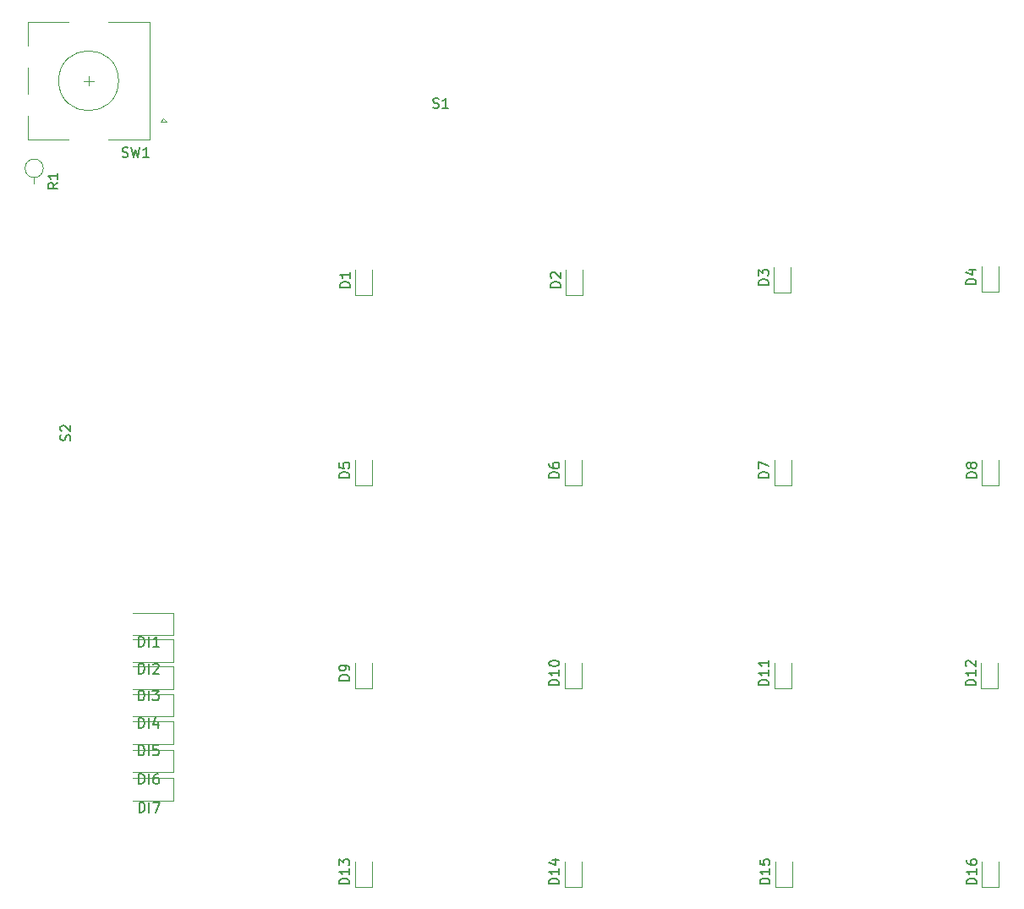
<source format=gto>
G04 #@! TF.GenerationSoftware,KiCad,Pcbnew,(5.1.0)-1*
G04 #@! TF.CreationDate,2019-03-23T01:01:18+01:00*
G04 #@! TF.ProjectId,Schematic2,53636865-6d61-4746-9963-322e6b696361,rev?*
G04 #@! TF.SameCoordinates,Original*
G04 #@! TF.FileFunction,Legend,Top*
G04 #@! TF.FilePolarity,Positive*
%FSLAX46Y46*%
G04 Gerber Fmt 4.6, Leading zero omitted, Abs format (unit mm)*
G04 Created by KiCad (PCBNEW (5.1.0)-1) date 2019-03-23 01:01:18*
%MOMM*%
%LPD*%
G04 APERTURE LIST*
%ADD10C,0.120000*%
%ADD11C,0.150000*%
G04 APERTURE END LIST*
D10*
X38970000Y-37970000D02*
X37970000Y-37970000D01*
X38470000Y-38470000D02*
X38470000Y-37470000D01*
X32370000Y-34470000D02*
X32370000Y-32070000D01*
X32370000Y-39270000D02*
X32370000Y-36670000D01*
X32370000Y-43870000D02*
X32370000Y-41470000D01*
X45670000Y-42070000D02*
X45970000Y-41770000D01*
X46270000Y-42070000D02*
X45670000Y-42070000D01*
X45970000Y-41770000D02*
X46270000Y-42070000D01*
X44570000Y-43870000D02*
X44570000Y-32070000D01*
X40470000Y-43870000D02*
X44570000Y-43870000D01*
X40470000Y-32070000D02*
X44570000Y-32070000D01*
X32370000Y-32070000D02*
X36470000Y-32070000D01*
X36470000Y-43870000D02*
X32370000Y-43870000D01*
X41470000Y-37970000D02*
G75*
G03X41470000Y-37970000I-3000000J0D01*
G01*
X46942500Y-99355000D02*
X42882500Y-99355000D01*
X46942500Y-101625000D02*
X46942500Y-99355000D01*
X42882500Y-101625000D02*
X46942500Y-101625000D01*
X46962500Y-107805000D02*
X42902500Y-107805000D01*
X46962500Y-110075000D02*
X46962500Y-107805000D01*
X42902500Y-110075000D02*
X46962500Y-110075000D01*
X46922500Y-102105000D02*
X42862500Y-102105000D01*
X46922500Y-104375000D02*
X46922500Y-102105000D01*
X42862500Y-104375000D02*
X46922500Y-104375000D01*
X46957500Y-104945000D02*
X42897500Y-104945000D01*
X46957500Y-107215000D02*
X46957500Y-104945000D01*
X42897500Y-107215000D02*
X46957500Y-107215000D01*
X33938000Y-46734000D02*
G75*
G03X33938000Y-46734000I-920000J0D01*
G01*
X33018000Y-47654000D02*
X33018000Y-48274000D01*
X65188000Y-59410000D02*
X65188000Y-56860000D01*
X66888000Y-59410000D02*
X66888000Y-56860000D01*
X65188000Y-59410000D02*
X66888000Y-59410000D01*
X127870000Y-59120000D02*
X127870000Y-56570000D01*
X129570000Y-59120000D02*
X129570000Y-56570000D01*
X127870000Y-59120000D02*
X129570000Y-59120000D01*
X86270000Y-59410000D02*
X86270000Y-56860000D01*
X87970000Y-59410000D02*
X87970000Y-56860000D01*
X86270000Y-59410000D02*
X87970000Y-59410000D01*
X107098000Y-59156000D02*
X107098000Y-56606000D01*
X108798000Y-59156000D02*
X108798000Y-56606000D01*
X107098000Y-59156000D02*
X108798000Y-59156000D01*
X65120000Y-78470000D02*
X65120000Y-75920000D01*
X66820000Y-78470000D02*
X66820000Y-75920000D01*
X65120000Y-78470000D02*
X66820000Y-78470000D01*
X46922500Y-96605000D02*
X42862500Y-96605000D01*
X46922500Y-98875000D02*
X46922500Y-96605000D01*
X42862500Y-98875000D02*
X46922500Y-98875000D01*
X107120000Y-98770000D02*
X107120000Y-96220000D01*
X108820000Y-98770000D02*
X108820000Y-96220000D01*
X107120000Y-98770000D02*
X108820000Y-98770000D01*
X127920000Y-118670000D02*
X127920000Y-116120000D01*
X129620000Y-118670000D02*
X129620000Y-116120000D01*
X127920000Y-118670000D02*
X129620000Y-118670000D01*
X65120000Y-118670000D02*
X65120000Y-116120000D01*
X66820000Y-118670000D02*
X66820000Y-116120000D01*
X65120000Y-118670000D02*
X66820000Y-118670000D01*
X107120000Y-78470000D02*
X107120000Y-75920000D01*
X108820000Y-78470000D02*
X108820000Y-75920000D01*
X107120000Y-78470000D02*
X108820000Y-78470000D01*
X65120000Y-98770000D02*
X65120000Y-96220000D01*
X66820000Y-98770000D02*
X66820000Y-96220000D01*
X65120000Y-98770000D02*
X66820000Y-98770000D01*
X86120000Y-118670000D02*
X86120000Y-116120000D01*
X87820000Y-118670000D02*
X87820000Y-116120000D01*
X86120000Y-118670000D02*
X87820000Y-118670000D01*
X86120000Y-78470000D02*
X86120000Y-75920000D01*
X87820000Y-78470000D02*
X87820000Y-75920000D01*
X86120000Y-78470000D02*
X87820000Y-78470000D01*
X107220000Y-118670000D02*
X107220000Y-116120000D01*
X108920000Y-118670000D02*
X108920000Y-116120000D01*
X107220000Y-118670000D02*
X108920000Y-118670000D01*
X127920000Y-78470000D02*
X127920000Y-75920000D01*
X129620000Y-78470000D02*
X129620000Y-75920000D01*
X127920000Y-78470000D02*
X129620000Y-78470000D01*
X127820000Y-98770000D02*
X127820000Y-96220000D01*
X129520000Y-98770000D02*
X129520000Y-96220000D01*
X127820000Y-98770000D02*
X129520000Y-98770000D01*
X86120000Y-98770000D02*
X86120000Y-96220000D01*
X87820000Y-98770000D02*
X87820000Y-96220000D01*
X86120000Y-98770000D02*
X87820000Y-98770000D01*
X46942500Y-93915000D02*
X42882500Y-93915000D01*
X46942500Y-96185000D02*
X46942500Y-93915000D01*
X42882500Y-96185000D02*
X46942500Y-96185000D01*
X46942500Y-91235000D02*
X42882500Y-91235000D01*
X46942500Y-93505000D02*
X46942500Y-91235000D01*
X42882500Y-93505000D02*
X46942500Y-93505000D01*
D11*
X41836666Y-45574761D02*
X41979523Y-45622380D01*
X42217619Y-45622380D01*
X42312857Y-45574761D01*
X42360476Y-45527142D01*
X42408095Y-45431904D01*
X42408095Y-45336666D01*
X42360476Y-45241428D01*
X42312857Y-45193809D01*
X42217619Y-45146190D01*
X42027142Y-45098571D01*
X41931904Y-45050952D01*
X41884285Y-45003333D01*
X41836666Y-44908095D01*
X41836666Y-44812857D01*
X41884285Y-44717619D01*
X41931904Y-44670000D01*
X42027142Y-44622380D01*
X42265238Y-44622380D01*
X42408095Y-44670000D01*
X42741428Y-44622380D02*
X42979523Y-45622380D01*
X43170000Y-44908095D01*
X43360476Y-45622380D01*
X43598571Y-44622380D01*
X44503333Y-45622380D02*
X43931904Y-45622380D01*
X44217619Y-45622380D02*
X44217619Y-44622380D01*
X44122380Y-44765238D01*
X44027142Y-44860476D01*
X43931904Y-44908095D01*
X43506309Y-102762380D02*
X43506309Y-101762380D01*
X43744404Y-101762380D01*
X43887261Y-101810000D01*
X43982500Y-101905238D01*
X44030119Y-102000476D01*
X44077738Y-102190952D01*
X44077738Y-102333809D01*
X44030119Y-102524285D01*
X43982500Y-102619523D01*
X43887261Y-102714761D01*
X43744404Y-102762380D01*
X43506309Y-102762380D01*
X44506309Y-102762380D02*
X44506309Y-101762380D01*
X45411071Y-102095714D02*
X45411071Y-102762380D01*
X45172976Y-101714761D02*
X44934880Y-102429047D01*
X45553928Y-102429047D01*
X43526309Y-111212380D02*
X43526309Y-110212380D01*
X43764404Y-110212380D01*
X43907261Y-110260000D01*
X44002500Y-110355238D01*
X44050119Y-110450476D01*
X44097738Y-110640952D01*
X44097738Y-110783809D01*
X44050119Y-110974285D01*
X44002500Y-111069523D01*
X43907261Y-111164761D01*
X43764404Y-111212380D01*
X43526309Y-111212380D01*
X44526309Y-111212380D02*
X44526309Y-110212380D01*
X44907261Y-110212380D02*
X45573928Y-110212380D01*
X45145357Y-111212380D01*
X43486309Y-105512380D02*
X43486309Y-104512380D01*
X43724404Y-104512380D01*
X43867261Y-104560000D01*
X43962500Y-104655238D01*
X44010119Y-104750476D01*
X44057738Y-104940952D01*
X44057738Y-105083809D01*
X44010119Y-105274285D01*
X43962500Y-105369523D01*
X43867261Y-105464761D01*
X43724404Y-105512380D01*
X43486309Y-105512380D01*
X44486309Y-105512380D02*
X44486309Y-104512380D01*
X45438690Y-104512380D02*
X44962500Y-104512380D01*
X44914880Y-104988571D01*
X44962500Y-104940952D01*
X45057738Y-104893333D01*
X45295833Y-104893333D01*
X45391071Y-104940952D01*
X45438690Y-104988571D01*
X45486309Y-105083809D01*
X45486309Y-105321904D01*
X45438690Y-105417142D01*
X45391071Y-105464761D01*
X45295833Y-105512380D01*
X45057738Y-105512380D01*
X44962500Y-105464761D01*
X44914880Y-105417142D01*
X43521309Y-108352380D02*
X43521309Y-107352380D01*
X43759404Y-107352380D01*
X43902261Y-107400000D01*
X43997500Y-107495238D01*
X44045119Y-107590476D01*
X44092738Y-107780952D01*
X44092738Y-107923809D01*
X44045119Y-108114285D01*
X43997500Y-108209523D01*
X43902261Y-108304761D01*
X43759404Y-108352380D01*
X43521309Y-108352380D01*
X44521309Y-108352380D02*
X44521309Y-107352380D01*
X45426071Y-107352380D02*
X45235595Y-107352380D01*
X45140357Y-107400000D01*
X45092738Y-107447619D01*
X44997500Y-107590476D01*
X44949880Y-107780952D01*
X44949880Y-108161904D01*
X44997500Y-108257142D01*
X45045119Y-108304761D01*
X45140357Y-108352380D01*
X45330833Y-108352380D01*
X45426071Y-108304761D01*
X45473690Y-108257142D01*
X45521309Y-108161904D01*
X45521309Y-107923809D01*
X45473690Y-107828571D01*
X45426071Y-107780952D01*
X45330833Y-107733333D01*
X45140357Y-107733333D01*
X45045119Y-107780952D01*
X44997500Y-107828571D01*
X44949880Y-107923809D01*
X35390380Y-48170666D02*
X34914190Y-48504000D01*
X35390380Y-48742095D02*
X34390380Y-48742095D01*
X34390380Y-48361142D01*
X34438000Y-48265904D01*
X34485619Y-48218285D01*
X34580857Y-48170666D01*
X34723714Y-48170666D01*
X34818952Y-48218285D01*
X34866571Y-48265904D01*
X34914190Y-48361142D01*
X34914190Y-48742095D01*
X35390380Y-47218285D02*
X35390380Y-47789714D01*
X35390380Y-47504000D02*
X34390380Y-47504000D01*
X34533238Y-47599238D01*
X34628476Y-47694476D01*
X34676095Y-47789714D01*
X36598761Y-73989904D02*
X36646380Y-73847047D01*
X36646380Y-73608952D01*
X36598761Y-73513714D01*
X36551142Y-73466095D01*
X36455904Y-73418476D01*
X36360666Y-73418476D01*
X36265428Y-73466095D01*
X36217809Y-73513714D01*
X36170190Y-73608952D01*
X36122571Y-73799428D01*
X36074952Y-73894666D01*
X36027333Y-73942285D01*
X35932095Y-73989904D01*
X35836857Y-73989904D01*
X35741619Y-73942285D01*
X35694000Y-73894666D01*
X35646380Y-73799428D01*
X35646380Y-73561333D01*
X35694000Y-73418476D01*
X35741619Y-73037523D02*
X35694000Y-72989904D01*
X35646380Y-72894666D01*
X35646380Y-72656571D01*
X35694000Y-72561333D01*
X35741619Y-72513714D01*
X35836857Y-72466095D01*
X35932095Y-72466095D01*
X36074952Y-72513714D01*
X36646380Y-73085142D01*
X36646380Y-72466095D01*
X64640380Y-58648095D02*
X63640380Y-58648095D01*
X63640380Y-58410000D01*
X63688000Y-58267142D01*
X63783238Y-58171904D01*
X63878476Y-58124285D01*
X64068952Y-58076666D01*
X64211809Y-58076666D01*
X64402285Y-58124285D01*
X64497523Y-58171904D01*
X64592761Y-58267142D01*
X64640380Y-58410000D01*
X64640380Y-58648095D01*
X64640380Y-57124285D02*
X64640380Y-57695714D01*
X64640380Y-57410000D02*
X63640380Y-57410000D01*
X63783238Y-57505238D01*
X63878476Y-57600476D01*
X63926095Y-57695714D01*
X127322380Y-58358095D02*
X126322380Y-58358095D01*
X126322380Y-58120000D01*
X126370000Y-57977142D01*
X126465238Y-57881904D01*
X126560476Y-57834285D01*
X126750952Y-57786666D01*
X126893809Y-57786666D01*
X127084285Y-57834285D01*
X127179523Y-57881904D01*
X127274761Y-57977142D01*
X127322380Y-58120000D01*
X127322380Y-58358095D01*
X126655714Y-56929523D02*
X127322380Y-56929523D01*
X126274761Y-57167619D02*
X126989047Y-57405714D01*
X126989047Y-56786666D01*
X85722380Y-58648095D02*
X84722380Y-58648095D01*
X84722380Y-58410000D01*
X84770000Y-58267142D01*
X84865238Y-58171904D01*
X84960476Y-58124285D01*
X85150952Y-58076666D01*
X85293809Y-58076666D01*
X85484285Y-58124285D01*
X85579523Y-58171904D01*
X85674761Y-58267142D01*
X85722380Y-58410000D01*
X85722380Y-58648095D01*
X84817619Y-57695714D02*
X84770000Y-57648095D01*
X84722380Y-57552857D01*
X84722380Y-57314761D01*
X84770000Y-57219523D01*
X84817619Y-57171904D01*
X84912857Y-57124285D01*
X85008095Y-57124285D01*
X85150952Y-57171904D01*
X85722380Y-57743333D01*
X85722380Y-57124285D01*
X106550380Y-58394095D02*
X105550380Y-58394095D01*
X105550380Y-58156000D01*
X105598000Y-58013142D01*
X105693238Y-57917904D01*
X105788476Y-57870285D01*
X105978952Y-57822666D01*
X106121809Y-57822666D01*
X106312285Y-57870285D01*
X106407523Y-57917904D01*
X106502761Y-58013142D01*
X106550380Y-58156000D01*
X106550380Y-58394095D01*
X105550380Y-57489333D02*
X105550380Y-56870285D01*
X105931333Y-57203619D01*
X105931333Y-57060761D01*
X105978952Y-56965523D01*
X106026571Y-56917904D01*
X106121809Y-56870285D01*
X106359904Y-56870285D01*
X106455142Y-56917904D01*
X106502761Y-56965523D01*
X106550380Y-57060761D01*
X106550380Y-57346476D01*
X106502761Y-57441714D01*
X106455142Y-57489333D01*
X64572380Y-77708095D02*
X63572380Y-77708095D01*
X63572380Y-77470000D01*
X63620000Y-77327142D01*
X63715238Y-77231904D01*
X63810476Y-77184285D01*
X64000952Y-77136666D01*
X64143809Y-77136666D01*
X64334285Y-77184285D01*
X64429523Y-77231904D01*
X64524761Y-77327142D01*
X64572380Y-77470000D01*
X64572380Y-77708095D01*
X63572380Y-76231904D02*
X63572380Y-76708095D01*
X64048571Y-76755714D01*
X64000952Y-76708095D01*
X63953333Y-76612857D01*
X63953333Y-76374761D01*
X64000952Y-76279523D01*
X64048571Y-76231904D01*
X64143809Y-76184285D01*
X64381904Y-76184285D01*
X64477142Y-76231904D01*
X64524761Y-76279523D01*
X64572380Y-76374761D01*
X64572380Y-76612857D01*
X64524761Y-76708095D01*
X64477142Y-76755714D01*
X43486309Y-100012380D02*
X43486309Y-99012380D01*
X43724404Y-99012380D01*
X43867261Y-99060000D01*
X43962500Y-99155238D01*
X44010119Y-99250476D01*
X44057738Y-99440952D01*
X44057738Y-99583809D01*
X44010119Y-99774285D01*
X43962500Y-99869523D01*
X43867261Y-99964761D01*
X43724404Y-100012380D01*
X43486309Y-100012380D01*
X44486309Y-100012380D02*
X44486309Y-99012380D01*
X44867261Y-99012380D02*
X45486309Y-99012380D01*
X45152976Y-99393333D01*
X45295833Y-99393333D01*
X45391071Y-99440952D01*
X45438690Y-99488571D01*
X45486309Y-99583809D01*
X45486309Y-99821904D01*
X45438690Y-99917142D01*
X45391071Y-99964761D01*
X45295833Y-100012380D01*
X45010119Y-100012380D01*
X44914880Y-99964761D01*
X44867261Y-99917142D01*
X106572380Y-98484285D02*
X105572380Y-98484285D01*
X105572380Y-98246190D01*
X105620000Y-98103333D01*
X105715238Y-98008095D01*
X105810476Y-97960476D01*
X106000952Y-97912857D01*
X106143809Y-97912857D01*
X106334285Y-97960476D01*
X106429523Y-98008095D01*
X106524761Y-98103333D01*
X106572380Y-98246190D01*
X106572380Y-98484285D01*
X106572380Y-96960476D02*
X106572380Y-97531904D01*
X106572380Y-97246190D02*
X105572380Y-97246190D01*
X105715238Y-97341428D01*
X105810476Y-97436666D01*
X105858095Y-97531904D01*
X106572380Y-96008095D02*
X106572380Y-96579523D01*
X106572380Y-96293809D02*
X105572380Y-96293809D01*
X105715238Y-96389047D01*
X105810476Y-96484285D01*
X105858095Y-96579523D01*
X127372380Y-118384285D02*
X126372380Y-118384285D01*
X126372380Y-118146190D01*
X126420000Y-118003333D01*
X126515238Y-117908095D01*
X126610476Y-117860476D01*
X126800952Y-117812857D01*
X126943809Y-117812857D01*
X127134285Y-117860476D01*
X127229523Y-117908095D01*
X127324761Y-118003333D01*
X127372380Y-118146190D01*
X127372380Y-118384285D01*
X127372380Y-116860476D02*
X127372380Y-117431904D01*
X127372380Y-117146190D02*
X126372380Y-117146190D01*
X126515238Y-117241428D01*
X126610476Y-117336666D01*
X126658095Y-117431904D01*
X126372380Y-116003333D02*
X126372380Y-116193809D01*
X126420000Y-116289047D01*
X126467619Y-116336666D01*
X126610476Y-116431904D01*
X126800952Y-116479523D01*
X127181904Y-116479523D01*
X127277142Y-116431904D01*
X127324761Y-116384285D01*
X127372380Y-116289047D01*
X127372380Y-116098571D01*
X127324761Y-116003333D01*
X127277142Y-115955714D01*
X127181904Y-115908095D01*
X126943809Y-115908095D01*
X126848571Y-115955714D01*
X126800952Y-116003333D01*
X126753333Y-116098571D01*
X126753333Y-116289047D01*
X126800952Y-116384285D01*
X126848571Y-116431904D01*
X126943809Y-116479523D01*
X64572380Y-118384285D02*
X63572380Y-118384285D01*
X63572380Y-118146190D01*
X63620000Y-118003333D01*
X63715238Y-117908095D01*
X63810476Y-117860476D01*
X64000952Y-117812857D01*
X64143809Y-117812857D01*
X64334285Y-117860476D01*
X64429523Y-117908095D01*
X64524761Y-118003333D01*
X64572380Y-118146190D01*
X64572380Y-118384285D01*
X64572380Y-116860476D02*
X64572380Y-117431904D01*
X64572380Y-117146190D02*
X63572380Y-117146190D01*
X63715238Y-117241428D01*
X63810476Y-117336666D01*
X63858095Y-117431904D01*
X63572380Y-116527142D02*
X63572380Y-115908095D01*
X63953333Y-116241428D01*
X63953333Y-116098571D01*
X64000952Y-116003333D01*
X64048571Y-115955714D01*
X64143809Y-115908095D01*
X64381904Y-115908095D01*
X64477142Y-115955714D01*
X64524761Y-116003333D01*
X64572380Y-116098571D01*
X64572380Y-116384285D01*
X64524761Y-116479523D01*
X64477142Y-116527142D01*
X106572380Y-77708095D02*
X105572380Y-77708095D01*
X105572380Y-77470000D01*
X105620000Y-77327142D01*
X105715238Y-77231904D01*
X105810476Y-77184285D01*
X106000952Y-77136666D01*
X106143809Y-77136666D01*
X106334285Y-77184285D01*
X106429523Y-77231904D01*
X106524761Y-77327142D01*
X106572380Y-77470000D01*
X106572380Y-77708095D01*
X105572380Y-76803333D02*
X105572380Y-76136666D01*
X106572380Y-76565238D01*
X64572380Y-98008095D02*
X63572380Y-98008095D01*
X63572380Y-97770000D01*
X63620000Y-97627142D01*
X63715238Y-97531904D01*
X63810476Y-97484285D01*
X64000952Y-97436666D01*
X64143809Y-97436666D01*
X64334285Y-97484285D01*
X64429523Y-97531904D01*
X64524761Y-97627142D01*
X64572380Y-97770000D01*
X64572380Y-98008095D01*
X64572380Y-96960476D02*
X64572380Y-96770000D01*
X64524761Y-96674761D01*
X64477142Y-96627142D01*
X64334285Y-96531904D01*
X64143809Y-96484285D01*
X63762857Y-96484285D01*
X63667619Y-96531904D01*
X63620000Y-96579523D01*
X63572380Y-96674761D01*
X63572380Y-96865238D01*
X63620000Y-96960476D01*
X63667619Y-97008095D01*
X63762857Y-97055714D01*
X64000952Y-97055714D01*
X64096190Y-97008095D01*
X64143809Y-96960476D01*
X64191428Y-96865238D01*
X64191428Y-96674761D01*
X64143809Y-96579523D01*
X64096190Y-96531904D01*
X64000952Y-96484285D01*
X85572380Y-118384285D02*
X84572380Y-118384285D01*
X84572380Y-118146190D01*
X84620000Y-118003333D01*
X84715238Y-117908095D01*
X84810476Y-117860476D01*
X85000952Y-117812857D01*
X85143809Y-117812857D01*
X85334285Y-117860476D01*
X85429523Y-117908095D01*
X85524761Y-118003333D01*
X85572380Y-118146190D01*
X85572380Y-118384285D01*
X85572380Y-116860476D02*
X85572380Y-117431904D01*
X85572380Y-117146190D02*
X84572380Y-117146190D01*
X84715238Y-117241428D01*
X84810476Y-117336666D01*
X84858095Y-117431904D01*
X84905714Y-116003333D02*
X85572380Y-116003333D01*
X84524761Y-116241428D02*
X85239047Y-116479523D01*
X85239047Y-115860476D01*
X85572380Y-77708095D02*
X84572380Y-77708095D01*
X84572380Y-77470000D01*
X84620000Y-77327142D01*
X84715238Y-77231904D01*
X84810476Y-77184285D01*
X85000952Y-77136666D01*
X85143809Y-77136666D01*
X85334285Y-77184285D01*
X85429523Y-77231904D01*
X85524761Y-77327142D01*
X85572380Y-77470000D01*
X85572380Y-77708095D01*
X84572380Y-76279523D02*
X84572380Y-76470000D01*
X84620000Y-76565238D01*
X84667619Y-76612857D01*
X84810476Y-76708095D01*
X85000952Y-76755714D01*
X85381904Y-76755714D01*
X85477142Y-76708095D01*
X85524761Y-76660476D01*
X85572380Y-76565238D01*
X85572380Y-76374761D01*
X85524761Y-76279523D01*
X85477142Y-76231904D01*
X85381904Y-76184285D01*
X85143809Y-76184285D01*
X85048571Y-76231904D01*
X85000952Y-76279523D01*
X84953333Y-76374761D01*
X84953333Y-76565238D01*
X85000952Y-76660476D01*
X85048571Y-76708095D01*
X85143809Y-76755714D01*
X106672380Y-118384285D02*
X105672380Y-118384285D01*
X105672380Y-118146190D01*
X105720000Y-118003333D01*
X105815238Y-117908095D01*
X105910476Y-117860476D01*
X106100952Y-117812857D01*
X106243809Y-117812857D01*
X106434285Y-117860476D01*
X106529523Y-117908095D01*
X106624761Y-118003333D01*
X106672380Y-118146190D01*
X106672380Y-118384285D01*
X106672380Y-116860476D02*
X106672380Y-117431904D01*
X106672380Y-117146190D02*
X105672380Y-117146190D01*
X105815238Y-117241428D01*
X105910476Y-117336666D01*
X105958095Y-117431904D01*
X105672380Y-115955714D02*
X105672380Y-116431904D01*
X106148571Y-116479523D01*
X106100952Y-116431904D01*
X106053333Y-116336666D01*
X106053333Y-116098571D01*
X106100952Y-116003333D01*
X106148571Y-115955714D01*
X106243809Y-115908095D01*
X106481904Y-115908095D01*
X106577142Y-115955714D01*
X106624761Y-116003333D01*
X106672380Y-116098571D01*
X106672380Y-116336666D01*
X106624761Y-116431904D01*
X106577142Y-116479523D01*
X127372380Y-77708095D02*
X126372380Y-77708095D01*
X126372380Y-77470000D01*
X126420000Y-77327142D01*
X126515238Y-77231904D01*
X126610476Y-77184285D01*
X126800952Y-77136666D01*
X126943809Y-77136666D01*
X127134285Y-77184285D01*
X127229523Y-77231904D01*
X127324761Y-77327142D01*
X127372380Y-77470000D01*
X127372380Y-77708095D01*
X126800952Y-76565238D02*
X126753333Y-76660476D01*
X126705714Y-76708095D01*
X126610476Y-76755714D01*
X126562857Y-76755714D01*
X126467619Y-76708095D01*
X126420000Y-76660476D01*
X126372380Y-76565238D01*
X126372380Y-76374761D01*
X126420000Y-76279523D01*
X126467619Y-76231904D01*
X126562857Y-76184285D01*
X126610476Y-76184285D01*
X126705714Y-76231904D01*
X126753333Y-76279523D01*
X126800952Y-76374761D01*
X126800952Y-76565238D01*
X126848571Y-76660476D01*
X126896190Y-76708095D01*
X126991428Y-76755714D01*
X127181904Y-76755714D01*
X127277142Y-76708095D01*
X127324761Y-76660476D01*
X127372380Y-76565238D01*
X127372380Y-76374761D01*
X127324761Y-76279523D01*
X127277142Y-76231904D01*
X127181904Y-76184285D01*
X126991428Y-76184285D01*
X126896190Y-76231904D01*
X126848571Y-76279523D01*
X126800952Y-76374761D01*
X127272380Y-98484285D02*
X126272380Y-98484285D01*
X126272380Y-98246190D01*
X126320000Y-98103333D01*
X126415238Y-98008095D01*
X126510476Y-97960476D01*
X126700952Y-97912857D01*
X126843809Y-97912857D01*
X127034285Y-97960476D01*
X127129523Y-98008095D01*
X127224761Y-98103333D01*
X127272380Y-98246190D01*
X127272380Y-98484285D01*
X127272380Y-96960476D02*
X127272380Y-97531904D01*
X127272380Y-97246190D02*
X126272380Y-97246190D01*
X126415238Y-97341428D01*
X126510476Y-97436666D01*
X126558095Y-97531904D01*
X126367619Y-96579523D02*
X126320000Y-96531904D01*
X126272380Y-96436666D01*
X126272380Y-96198571D01*
X126320000Y-96103333D01*
X126367619Y-96055714D01*
X126462857Y-96008095D01*
X126558095Y-96008095D01*
X126700952Y-96055714D01*
X127272380Y-96627142D01*
X127272380Y-96008095D01*
X85572380Y-98484285D02*
X84572380Y-98484285D01*
X84572380Y-98246190D01*
X84620000Y-98103333D01*
X84715238Y-98008095D01*
X84810476Y-97960476D01*
X85000952Y-97912857D01*
X85143809Y-97912857D01*
X85334285Y-97960476D01*
X85429523Y-98008095D01*
X85524761Y-98103333D01*
X85572380Y-98246190D01*
X85572380Y-98484285D01*
X85572380Y-96960476D02*
X85572380Y-97531904D01*
X85572380Y-97246190D02*
X84572380Y-97246190D01*
X84715238Y-97341428D01*
X84810476Y-97436666D01*
X84858095Y-97531904D01*
X84572380Y-96341428D02*
X84572380Y-96246190D01*
X84620000Y-96150952D01*
X84667619Y-96103333D01*
X84762857Y-96055714D01*
X84953333Y-96008095D01*
X85191428Y-96008095D01*
X85381904Y-96055714D01*
X85477142Y-96103333D01*
X85524761Y-96150952D01*
X85572380Y-96246190D01*
X85572380Y-96341428D01*
X85524761Y-96436666D01*
X85477142Y-96484285D01*
X85381904Y-96531904D01*
X85191428Y-96579523D01*
X84953333Y-96579523D01*
X84762857Y-96531904D01*
X84667619Y-96484285D01*
X84620000Y-96436666D01*
X84572380Y-96341428D01*
X43506309Y-97322380D02*
X43506309Y-96322380D01*
X43744404Y-96322380D01*
X43887261Y-96370000D01*
X43982500Y-96465238D01*
X44030119Y-96560476D01*
X44077738Y-96750952D01*
X44077738Y-96893809D01*
X44030119Y-97084285D01*
X43982500Y-97179523D01*
X43887261Y-97274761D01*
X43744404Y-97322380D01*
X43506309Y-97322380D01*
X44506309Y-97322380D02*
X44506309Y-96322380D01*
X44934880Y-96417619D02*
X44982500Y-96370000D01*
X45077738Y-96322380D01*
X45315833Y-96322380D01*
X45411071Y-96370000D01*
X45458690Y-96417619D01*
X45506309Y-96512857D01*
X45506309Y-96608095D01*
X45458690Y-96750952D01*
X44887261Y-97322380D01*
X45506309Y-97322380D01*
X43506309Y-94642380D02*
X43506309Y-93642380D01*
X43744404Y-93642380D01*
X43887261Y-93690000D01*
X43982500Y-93785238D01*
X44030119Y-93880476D01*
X44077738Y-94070952D01*
X44077738Y-94213809D01*
X44030119Y-94404285D01*
X43982500Y-94499523D01*
X43887261Y-94594761D01*
X43744404Y-94642380D01*
X43506309Y-94642380D01*
X44506309Y-94642380D02*
X44506309Y-93642380D01*
X45506309Y-94642380D02*
X44934880Y-94642380D01*
X45220595Y-94642380D02*
X45220595Y-93642380D01*
X45125357Y-93785238D01*
X45030119Y-93880476D01*
X44934880Y-93928095D01*
X72956095Y-40650761D02*
X73098952Y-40698380D01*
X73337047Y-40698380D01*
X73432285Y-40650761D01*
X73479904Y-40603142D01*
X73527523Y-40507904D01*
X73527523Y-40412666D01*
X73479904Y-40317428D01*
X73432285Y-40269809D01*
X73337047Y-40222190D01*
X73146571Y-40174571D01*
X73051333Y-40126952D01*
X73003714Y-40079333D01*
X72956095Y-39984095D01*
X72956095Y-39888857D01*
X73003714Y-39793619D01*
X73051333Y-39746000D01*
X73146571Y-39698380D01*
X73384666Y-39698380D01*
X73527523Y-39746000D01*
X74479904Y-40698380D02*
X73908476Y-40698380D01*
X74194190Y-40698380D02*
X74194190Y-39698380D01*
X74098952Y-39841238D01*
X74003714Y-39936476D01*
X73908476Y-39984095D01*
M02*

</source>
